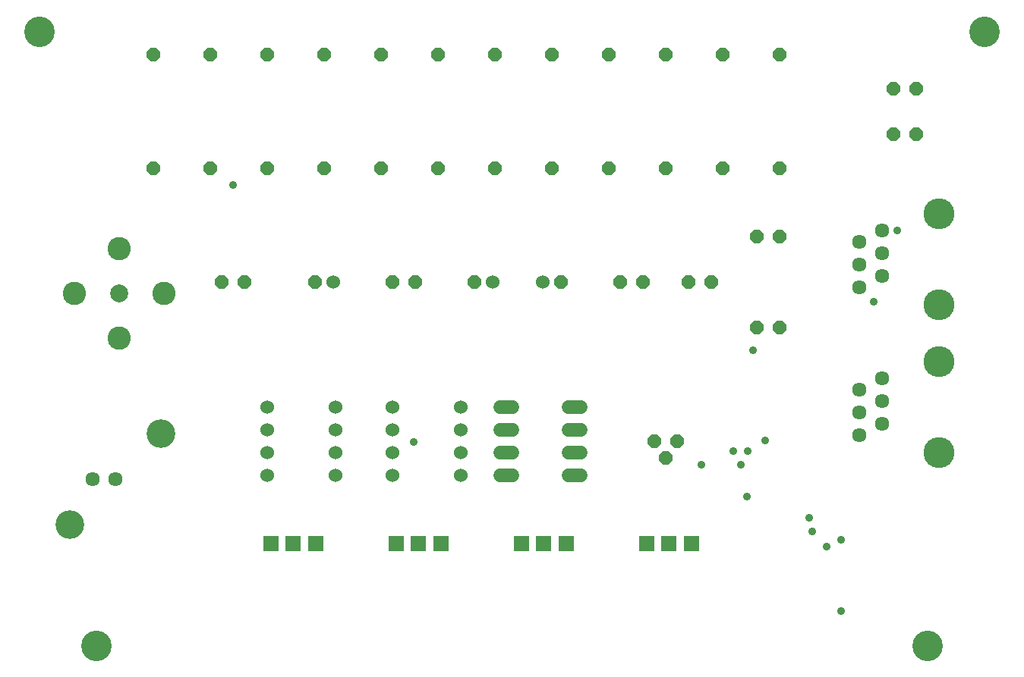
<source format=gbs>
G75*
G70*
%OFA0B0*%
%FSLAX24Y24*%
%IPPOS*%
%LPD*%
%AMOC8*
5,1,8,0,0,1.08239X$1,22.5*
%
%ADD10C,0.1340*%
%ADD11OC8,0.0600*%
%ADD12C,0.0600*%
%ADD13C,0.0600*%
%ADD14C,0.0634*%
%ADD15C,0.1360*%
%ADD16C,0.0789*%
%ADD17C,0.1025*%
%ADD18R,0.0674X0.0674*%
%ADD19C,0.1261*%
%ADD20C,0.0358*%
D10*
X004100Y001600D03*
X040600Y001600D03*
X043100Y028600D03*
X001600Y028600D03*
D11*
X006600Y027600D03*
X009100Y027600D03*
X011600Y027600D03*
X014100Y027600D03*
X016600Y027600D03*
X019100Y027600D03*
X021600Y027600D03*
X024100Y027600D03*
X026600Y027600D03*
X029100Y027600D03*
X031600Y027600D03*
X034100Y027600D03*
X039100Y026100D03*
X040100Y026100D03*
X040100Y024100D03*
X039100Y024100D03*
X034100Y022600D03*
X031600Y022600D03*
X029100Y022600D03*
X026600Y022600D03*
X024100Y022600D03*
X021600Y022600D03*
X019100Y022600D03*
X016600Y022600D03*
X014100Y022600D03*
X011600Y022600D03*
X009100Y022600D03*
X006600Y022600D03*
X009600Y017600D03*
X010600Y017600D03*
X013700Y017600D03*
X017100Y017600D03*
X018100Y017600D03*
X020700Y017600D03*
X024500Y017600D03*
X027100Y017600D03*
X028100Y017600D03*
X030100Y017600D03*
X031100Y017600D03*
X033100Y015600D03*
X034100Y015600D03*
X034100Y019600D03*
X033100Y019600D03*
X029600Y010600D03*
X029100Y009850D03*
X028600Y010600D03*
D12*
X020100Y010100D03*
X020100Y009100D03*
X020100Y011100D03*
X020100Y012100D03*
X017100Y012100D03*
X017100Y011100D03*
X017100Y010100D03*
X017100Y009100D03*
X014600Y009100D03*
X014600Y010100D03*
X014600Y011100D03*
X014600Y012100D03*
X011600Y012100D03*
X011600Y011100D03*
X011600Y010100D03*
X011600Y009100D03*
X014500Y017600D03*
X021500Y017600D03*
X023700Y017600D03*
D13*
X024840Y012100D02*
X025360Y012100D01*
X025360Y011100D02*
X024840Y011100D01*
X024840Y010100D02*
X025360Y010100D01*
X025360Y009100D02*
X024840Y009100D01*
X022360Y009100D02*
X021840Y009100D01*
X021840Y010100D02*
X022360Y010100D01*
X022360Y011100D02*
X021840Y011100D01*
X021840Y012100D02*
X022360Y012100D01*
D14*
X037600Y011850D03*
X038600Y011350D03*
X037600Y010850D03*
X038600Y012350D03*
X037600Y012850D03*
X038600Y013350D03*
X037600Y017350D03*
X038600Y017850D03*
X037600Y018350D03*
X038600Y018850D03*
X037600Y019350D03*
X038600Y019850D03*
X004935Y008935D03*
X003935Y008935D03*
D15*
X041100Y010100D03*
X041100Y014100D03*
X041100Y016600D03*
X041100Y020600D03*
D16*
X005100Y017100D03*
D17*
X003131Y017100D03*
X005100Y015131D03*
X007069Y017100D03*
X005100Y019069D03*
D18*
X011746Y006100D03*
X012730Y006100D03*
X013714Y006100D03*
X017246Y006100D03*
X018230Y006100D03*
X019214Y006100D03*
X022746Y006100D03*
X023730Y006100D03*
X024714Y006100D03*
X028246Y006100D03*
X029230Y006100D03*
X030214Y006100D03*
D19*
X006935Y010935D03*
X002935Y006935D03*
D20*
X018040Y010540D03*
X030670Y009550D03*
X032050Y010150D03*
X032680Y010150D03*
X033460Y010630D03*
X032380Y009550D03*
X032650Y008170D03*
X035380Y007210D03*
X035530Y006610D03*
X036160Y005950D03*
X036790Y006250D03*
X036790Y003130D03*
X032920Y014590D03*
X038230Y016720D03*
X039250Y019840D03*
X010090Y021850D03*
M02*

</source>
